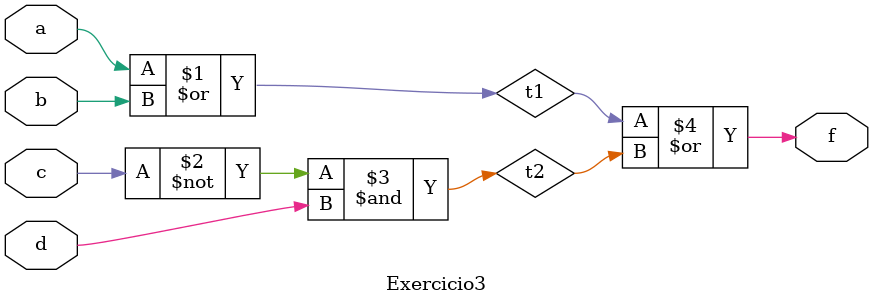
<source format=v>
module Exercicio3 ( a, b, c, d, f); // declaração do nome do módulo AND
input a, b, c, d; // entrada de dados - um bit
output f; // saída de dados - um bit
wire t1, t2; //declarando a conexão como f
 
assign t1 =  a | b;
assign t2 =  ~c & d;
assign f =  t1 | t2;
 
endmodule // final do módulo AND
</source>
